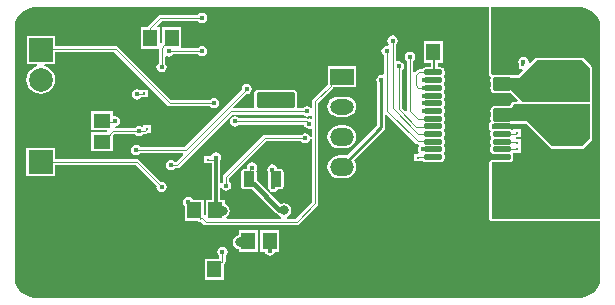
<source format=gbl>
G04*
G04 #@! TF.GenerationSoftware,Altium Limited,Altium Designer,20.1.7 (139)*
G04*
G04 Layer_Physical_Order=2*
G04 Layer_Color=16711680*
%FSLAX25Y25*%
%MOIN*%
G70*
G04*
G04 #@! TF.SameCoordinates,395A0049-4C10-4893-9831-33377791372B*
G04*
G04*
G04 #@! TF.FilePolarity,Positive*
G04*
G01*
G75*
%ADD12C,0.00984*%
%ADD14C,0.00394*%
%ADD15C,0.00787*%
%ADD36C,0.00472*%
%ADD40R,0.00984X0.00984*%
%ADD41R,0.04724X0.05512*%
%ADD47C,0.01575*%
%ADD48C,0.01181*%
%ADD49C,0.00492*%
%ADD50R,0.07874X0.07874*%
%ADD51C,0.07874*%
%ADD52O,0.13780X0.11811*%
%ADD53R,0.07874X0.05512*%
%ADD54O,0.07874X0.05118*%
%ADD55O,0.07874X0.05906*%
%ADD56C,0.02362*%
%ADD57C,0.01772*%
%ADD58C,0.03150*%
%ADD59C,0.01800*%
%ADD60C,0.01087*%
G04:AMPARAMS|DCode=61|XSize=59.06mil|YSize=17.72mil|CornerRadius=4.43mil|HoleSize=0mil|Usage=FLASHONLY|Rotation=0.000|XOffset=0mil|YOffset=0mil|HoleType=Round|Shape=RoundedRectangle|*
%AMROUNDEDRECTD61*
21,1,0.05906,0.00886,0,0,0.0*
21,1,0.05020,0.01772,0,0,0.0*
1,1,0.00886,0.02510,-0.00443*
1,1,0.00886,-0.02510,-0.00443*
1,1,0.00886,-0.02510,0.00443*
1,1,0.00886,0.02510,0.00443*
%
%ADD61ROUNDEDRECTD61*%
%ADD62R,0.12598X0.20709*%
G04:AMPARAMS|DCode=63|XSize=36.61mil|YSize=51.58mil|CornerRadius=2.75mil|HoleSize=0mil|Usage=FLASHONLY|Rotation=180.000|XOffset=0mil|YOffset=0mil|HoleType=Round|Shape=RoundedRectangle|*
%AMROUNDEDRECTD63*
21,1,0.03661,0.04608,0,0,180.0*
21,1,0.03112,0.05158,0,0,180.0*
1,1,0.00549,-0.01556,0.02304*
1,1,0.00549,0.01556,0.02304*
1,1,0.00549,0.01556,-0.02304*
1,1,0.00549,-0.01556,-0.02304*
%
%ADD63ROUNDEDRECTD63*%
G04:AMPARAMS|DCode=64|XSize=127.56mil|YSize=51.58mil|CornerRadius=3.87mil|HoleSize=0mil|Usage=FLASHONLY|Rotation=180.000|XOffset=0mil|YOffset=0mil|HoleType=Round|Shape=RoundedRectangle|*
%AMROUNDEDRECTD64*
21,1,0.12756,0.04384,0,0,180.0*
21,1,0.11982,0.05158,0,0,180.0*
1,1,0.00774,-0.05991,0.02192*
1,1,0.00774,0.05991,0.02192*
1,1,0.00774,0.05991,-0.02192*
1,1,0.00774,-0.05991,-0.02192*
%
%ADD64ROUNDEDRECTD64*%
%ADD65R,0.00984X0.00984*%
%ADD66R,0.05512X0.04724*%
%ADD67C,0.01500*%
G36*
X292421Y177461D02*
Y166142D01*
X270079Y166142D01*
X266339Y169882D01*
X265884D01*
X265699Y169919D01*
X260679D01*
X260236Y170266D01*
Y173829D01*
X260679Y174176D01*
X265699D01*
X265884Y174213D01*
X268996D01*
X274803Y180020D01*
X289862Y180020D01*
X292421Y177461D01*
D02*
G37*
G36*
X270079Y165326D02*
X270079Y165326D01*
X292421Y165326D01*
Y153642D01*
X290059Y151279D01*
X280020Y151279D01*
X271654Y159646D01*
X265884D01*
X265699Y159683D01*
X260679D01*
X260236Y160029D01*
Y163593D01*
X260679Y163939D01*
X265699D01*
X265885Y163976D01*
X265945D01*
X265960Y163991D01*
X266184Y164036D01*
X266595Y164311D01*
X266870Y164722D01*
X266914Y164946D01*
X267323Y165354D01*
X269937D01*
X270079Y165326D01*
D02*
G37*
G36*
X291039Y197351D02*
X292326Y196818D01*
X293484Y196044D01*
X294469Y195059D01*
X295243Y193901D01*
X295776Y192614D01*
X296048Y191248D01*
X296048Y190551D01*
Y127165D01*
X259807D01*
X259784Y145795D01*
X259954Y145931D01*
X260283Y146105D01*
X260679Y146026D01*
X265699D01*
X266184Y146123D01*
X266595Y146397D01*
X266870Y146808D01*
X266966Y147293D01*
Y148179D01*
X266870Y148664D01*
X266820Y148739D01*
X266898Y148939D01*
X267113Y149200D01*
X269599D01*
Y153556D01*
X268509D01*
X268464Y153601D01*
X268121Y153830D01*
X267938Y153867D01*
X267913Y154357D01*
X268318Y154437D01*
X268434Y154515D01*
X269599D01*
Y157099D01*
X267015D01*
Y157024D01*
X266818Y156896D01*
X266515Y156806D01*
X266184Y157027D01*
X265699Y157123D01*
X260679D01*
X260270Y157042D01*
X260042Y157141D01*
X259769Y157344D01*
X259768Y158601D01*
X260056Y158815D01*
X260267Y158903D01*
X260679Y158821D01*
X265699D01*
X265813Y158844D01*
X265884Y158830D01*
X271316D01*
X279443Y150703D01*
X279708Y150526D01*
X280020Y150464D01*
X280020Y150464D01*
X290059Y150464D01*
X290059Y150464D01*
X290371Y150526D01*
X290636Y150703D01*
X290636Y150703D01*
X292998Y153065D01*
X293175Y153330D01*
X293237Y153642D01*
X293237Y153642D01*
Y165326D01*
X293175Y165638D01*
X293111Y165734D01*
X293175Y165830D01*
X293237Y166142D01*
Y177461D01*
X293237Y177461D01*
X293175Y177773D01*
X292998Y178037D01*
X292998Y178037D01*
X290439Y180596D01*
X290174Y180773D01*
X289862Y180835D01*
X289862Y180835D01*
X274803Y180835D01*
X274803Y180835D01*
X274491Y180773D01*
X274226Y180596D01*
X274226Y180596D01*
X272558Y178928D01*
X272098Y179175D01*
X272129Y179334D01*
X271999Y179992D01*
X271626Y180550D01*
X271068Y180922D01*
X270410Y181053D01*
X269753Y180922D01*
X269195Y180550D01*
X268823Y179992D01*
X268692Y179334D01*
X268787Y178857D01*
Y177054D01*
X270031D01*
X270222Y176592D01*
X268658Y175028D01*
X265884D01*
X265813Y175014D01*
X265699Y175037D01*
X260679D01*
X260247Y174951D01*
X260146Y174973D01*
X259747Y175243D01*
X259744Y177362D01*
Y197622D01*
X288976D01*
X289673D01*
X291039Y197351D01*
D02*
G37*
G36*
X107874Y197622D02*
X258928Y197622D01*
Y177362D01*
X258928Y177362D01*
X258928Y177361D01*
X258931Y175242D01*
X258946Y175166D01*
X258946Y175088D01*
X258977Y175011D01*
X258994Y174930D01*
X259037Y174865D01*
X259066Y174793D01*
X259124Y174734D01*
X259171Y174665D01*
X259184Y174656D01*
X259508Y174255D01*
X259487Y174148D01*
X259483Y174141D01*
X259461Y174033D01*
X259426Y173927D01*
X259430Y173878D01*
X259421Y173829D01*
Y173813D01*
X259412Y173770D01*
Y172884D01*
X259421Y172840D01*
Y171254D01*
X259412Y171211D01*
Y170325D01*
X259421Y170281D01*
Y170266D01*
X259430Y170217D01*
X259426Y170167D01*
X259461Y170062D01*
X259483Y169953D01*
X259487Y169947D01*
X259508Y169840D01*
X259783Y169429D01*
X260194Y169154D01*
X260679Y169058D01*
X265699D01*
X265813Y169080D01*
X265884Y169066D01*
X266001D01*
X268435Y166632D01*
X268244Y166170D01*
X267323D01*
X267011Y166108D01*
X266746Y165931D01*
X266746Y165931D01*
X266337Y165522D01*
X266293Y165456D01*
X266236Y165399D01*
X266205Y165325D01*
X266161Y165258D01*
X266145Y165179D01*
X266114Y165105D01*
X265699Y164801D01*
X260679D01*
X260194Y164704D01*
X259783Y164429D01*
X259508Y164018D01*
X259487Y163911D01*
X259483Y163905D01*
X259461Y163796D01*
X259426Y163691D01*
X259430Y163641D01*
X259421Y163593D01*
Y163577D01*
X259412Y163533D01*
Y162648D01*
X259421Y162604D01*
Y161018D01*
X259412Y160974D01*
Y160089D01*
X259421Y160045D01*
Y160029D01*
X259430Y159980D01*
X259426Y159931D01*
X259461Y159826D01*
X259483Y159717D01*
X259490Y159697D01*
X259508Y159604D01*
X259539Y159558D01*
X259570Y159470D01*
X259282Y159257D01*
X259241Y159211D01*
X259190Y159177D01*
X259135Y159095D01*
X259068Y159021D01*
X259048Y158963D01*
X259014Y158913D01*
X258994Y158815D01*
X258961Y158721D01*
X258964Y158660D01*
X258952Y158600D01*
X258953Y157343D01*
X258965Y157286D01*
X258962Y157228D01*
X258996Y157131D01*
X259016Y157031D01*
X259049Y156983D01*
X259068Y156927D01*
X259136Y156852D01*
X259193Y156767D01*
X259201Y156762D01*
X259527Y156370D01*
X259508Y156341D01*
X259412Y155856D01*
Y154970D01*
X259508Y154485D01*
X259743Y154134D01*
X259508Y153782D01*
X259412Y153297D01*
Y152411D01*
X259508Y151926D01*
X259743Y151575D01*
X259508Y151223D01*
X259412Y150738D01*
Y149852D01*
X259508Y149367D01*
X259783Y148956D01*
X260194Y148681D01*
X260679Y148585D01*
X265699D01*
X265952Y148635D01*
X266020Y148580D01*
X266054Y148498D01*
X266073Y148411D01*
X266094Y148380D01*
X266150Y148099D01*
Y147374D01*
X266101Y147127D01*
X266007Y146985D01*
X265865Y146891D01*
X265618Y146842D01*
X260759D01*
X260442Y146905D01*
X260325D01*
X260208Y146917D01*
X260167Y146905D01*
X260124D01*
X260016Y146860D01*
X259903Y146826D01*
X259573Y146652D01*
X259514Y146604D01*
X259446Y146569D01*
X259275Y146433D01*
X259245Y146397D01*
X259206Y146371D01*
X259143Y146277D01*
X259070Y146190D01*
X259056Y146146D01*
X259030Y146107D01*
X259008Y145995D01*
X258973Y145887D01*
X258977Y145840D01*
X258968Y145794D01*
X258991Y127164D01*
X259023Y127008D01*
X259053Y126853D01*
X259054Y126853D01*
X259054Y126852D01*
X259143Y126718D01*
X259230Y126589D01*
X259231Y126588D01*
X259231Y126588D01*
X259362Y126501D01*
X259495Y126412D01*
X259495Y126412D01*
X259496Y126411D01*
X259651Y126381D01*
X259807Y126350D01*
X296048D01*
Y107874D01*
X296048Y107177D01*
X295776Y105811D01*
X295243Y104525D01*
X294469Y103366D01*
X293484Y102381D01*
X292326Y101608D01*
X291039Y101075D01*
X289673Y100803D01*
X107177D01*
X105811Y101075D01*
X104525Y101608D01*
X103366Y102381D01*
X102381Y103366D01*
X101608Y104525D01*
X101075Y105811D01*
X100803Y107177D01*
Y107874D01*
Y190551D01*
Y191248D01*
X101075Y192614D01*
X101608Y193901D01*
X102381Y195059D01*
X103366Y196044D01*
X104525Y196818D01*
X105811Y197351D01*
X107177Y197622D01*
X107874Y197622D01*
D02*
G37*
%LPC*%
G36*
X163287Y195813D02*
X162630Y195683D01*
X162072Y195310D01*
X161966Y195151D01*
X149409D01*
X149005Y195071D01*
X148662Y194842D01*
X145316Y191495D01*
X145087Y191152D01*
X145048Y190957D01*
X142901D01*
Y183846D01*
X148845D01*
Y179045D01*
X148588Y178873D01*
X148215Y178315D01*
X148084Y177657D01*
X148215Y177000D01*
X148588Y176442D01*
X149145Y176069D01*
X149803Y175939D01*
X150461Y176069D01*
X151019Y176442D01*
X151391Y177000D01*
X151522Y177657D01*
X151391Y178315D01*
X151019Y178873D01*
X150958Y178913D01*
Y181158D01*
X151458Y181425D01*
X151652Y181295D01*
X152310Y181164D01*
X152968Y181295D01*
X153526Y181667D01*
X153692Y181916D01*
X161966D01*
X162072Y181757D01*
X162630Y181384D01*
X163287Y181254D01*
X163945Y181384D01*
X164503Y181757D01*
X164875Y182315D01*
X165006Y182972D01*
X164875Y183630D01*
X164503Y184188D01*
X163945Y184560D01*
X163287Y184691D01*
X162630Y184560D01*
X162072Y184188D01*
X161966Y184029D01*
X156312D01*
Y190957D01*
X149987D01*
Y185786D01*
X149704Y185572D01*
X149225Y185788D01*
Y190957D01*
X148420D01*
X148229Y191419D01*
X149847Y193038D01*
X161966D01*
X162072Y192879D01*
X162630Y192507D01*
X163287Y192376D01*
X163945Y192507D01*
X164503Y192879D01*
X164875Y193437D01*
X165006Y194095D01*
X164875Y194752D01*
X164503Y195310D01*
X163945Y195683D01*
X163287Y195813D01*
D02*
G37*
G36*
X226772Y188235D02*
X226114Y188104D01*
X225556Y187731D01*
X225184Y187173D01*
X225053Y186516D01*
X225184Y185858D01*
X225524Y185348D01*
X225549Y185241D01*
X225517Y184982D01*
X225038Y184645D01*
X224803Y184691D01*
X224145Y184560D01*
X223588Y184188D01*
X223215Y183630D01*
X223084Y182972D01*
X223215Y182315D01*
X223588Y181757D01*
X223897Y181550D01*
Y175331D01*
X223397Y174973D01*
X223031Y175046D01*
X222374Y174915D01*
X221816Y174542D01*
X221444Y173985D01*
X221313Y173327D01*
X221444Y172669D01*
X221714Y172264D01*
Y158223D01*
X211655Y148164D01*
X210827Y148273D01*
X208858D01*
X207879Y148144D01*
X206966Y147766D01*
X206182Y147165D01*
X205580Y146381D01*
X205202Y145468D01*
X205073Y144488D01*
X205202Y143509D01*
X205580Y142596D01*
X206182Y141812D01*
X206966Y141210D01*
X207879Y140832D01*
X208858Y140703D01*
X210827D01*
X211806Y140832D01*
X212719Y141210D01*
X213503Y141812D01*
X214105Y142596D01*
X214483Y143509D01*
X214612Y144488D01*
X214483Y145468D01*
X214105Y146381D01*
X213885Y146667D01*
X223963Y156746D01*
X224249Y157173D01*
X224349Y157677D01*
Y161594D01*
X224811Y161785D01*
X234391Y152206D01*
X234734Y151977D01*
X235138Y151896D01*
X235396D01*
X235477Y151792D01*
X235618Y151396D01*
X235321Y150953D01*
X235191Y150295D01*
X235321Y149637D01*
X235513Y149351D01*
X235481Y149154D01*
X235418Y149014D01*
X235259Y148831D01*
X233846D01*
Y146247D01*
X236430D01*
Y146273D01*
X236930Y146425D01*
X236948Y146397D01*
X237359Y146123D01*
X237844Y146026D01*
X242864D01*
X243349Y146123D01*
X243760Y146397D01*
X244035Y146808D01*
X244131Y147293D01*
Y148179D01*
X244035Y148664D01*
X243800Y149016D01*
X244035Y149367D01*
X244131Y149852D01*
Y150738D01*
X244035Y151223D01*
X243800Y151575D01*
X244035Y151926D01*
X244131Y152411D01*
Y153297D01*
X244035Y153782D01*
X243800Y154134D01*
X244035Y154485D01*
X244131Y154970D01*
Y155856D01*
X244035Y156341D01*
X243800Y156693D01*
X244035Y157044D01*
X244131Y157529D01*
Y158415D01*
X244035Y158900D01*
X243800Y159252D01*
X244035Y159604D01*
X244131Y160089D01*
Y160974D01*
X244035Y161459D01*
X243800Y161811D01*
X244035Y162163D01*
X244131Y162648D01*
Y163533D01*
X244035Y164018D01*
X243800Y164370D01*
X244035Y164722D01*
X244131Y165207D01*
Y166093D01*
X244035Y166577D01*
X243800Y166929D01*
X244035Y167281D01*
X244131Y167766D01*
Y168652D01*
X244035Y169137D01*
X243800Y169488D01*
X244035Y169840D01*
X244131Y170325D01*
Y171211D01*
X244035Y171696D01*
X243800Y172047D01*
X244035Y172399D01*
X244131Y172884D01*
Y173770D01*
X244035Y174255D01*
X243800Y174606D01*
X244035Y174958D01*
X244131Y175443D01*
Y176329D01*
X244035Y176814D01*
X243760Y177225D01*
X243349Y177499D01*
X242864Y177596D01*
X241867D01*
Y179121D01*
X243516D01*
Y186233D01*
X237192D01*
Y179121D01*
X239433D01*
Y177596D01*
X237844D01*
X237359Y177499D01*
X236948Y177225D01*
X236733Y176902D01*
X235531D01*
X235142Y176825D01*
X234813Y176604D01*
X234095Y175887D01*
X233595Y176094D01*
Y179656D01*
X233794Y179788D01*
X234167Y180346D01*
X234298Y181004D01*
X234167Y181662D01*
X233794Y182219D01*
X233237Y182592D01*
X232579Y182723D01*
X231921Y182592D01*
X231363Y182219D01*
X230991Y181662D01*
X230860Y181004D01*
X230991Y180346D01*
X231363Y179788D01*
X231562Y179656D01*
Y163200D01*
X231062Y162993D01*
X229855Y164200D01*
Y176604D01*
X230054Y176737D01*
X230427Y177295D01*
X230557Y177953D01*
X230427Y178611D01*
X230054Y179168D01*
X229496Y179541D01*
X228839Y179672D01*
X228288Y179562D01*
X227788Y179834D01*
Y185167D01*
X227987Y185300D01*
X228360Y185858D01*
X228490Y186516D01*
X228360Y187173D01*
X227987Y187731D01*
X227429Y188104D01*
X226772Y188235D01*
D02*
G37*
G36*
X141484Y170268D02*
X140827Y170137D01*
X140269Y169764D01*
X139897Y169207D01*
X139766Y168549D01*
X139897Y167891D01*
X140269Y167333D01*
X140827Y166961D01*
X141484Y166830D01*
X142142Y166961D01*
X142700Y167333D01*
X142882Y167605D01*
X145288D01*
Y170190D01*
X142704D01*
Y170190D01*
X142204Y170096D01*
X142142Y170137D01*
X141484Y170268D01*
D02*
G37*
G36*
X214580Y178044D02*
X205105D01*
Y171874D01*
X205101Y171851D01*
X200237Y166987D01*
X200008Y166645D01*
X199928Y166240D01*
Y164285D01*
X199525Y164139D01*
X199428Y164120D01*
X198886Y164482D01*
X198228Y164613D01*
X197571Y164482D01*
X197013Y164109D01*
X196907Y163950D01*
X195388D01*
X194983Y164450D01*
X194997Y164521D01*
Y168904D01*
X194904Y169368D01*
X194642Y169760D01*
X194249Y170022D01*
X193786Y170115D01*
X181804D01*
X181341Y170022D01*
X180948Y169760D01*
X180686Y169368D01*
X180594Y168904D01*
Y164521D01*
X180608Y164450D01*
X180202Y163950D01*
X173817D01*
X173625Y164412D01*
X177915Y168702D01*
X178150Y168655D01*
X178807Y168786D01*
X179365Y169159D01*
X179738Y169716D01*
X179868Y170374D01*
X179738Y171032D01*
X179365Y171589D01*
X178807Y171962D01*
X178150Y172093D01*
X177492Y171962D01*
X176934Y171589D01*
X176562Y171032D01*
X176431Y170374D01*
X176478Y170139D01*
X157355Y151016D01*
X142687D01*
X142554Y151215D01*
X141996Y151588D01*
X141339Y151719D01*
X140681Y151588D01*
X140123Y151215D01*
X139751Y150658D01*
X139620Y150000D01*
X139751Y149342D01*
X140123Y148785D01*
X140681Y148412D01*
X141339Y148281D01*
X141996Y148412D01*
X142554Y148785D01*
X142687Y148984D01*
X156876D01*
X157067Y148522D01*
X154718Y146173D01*
X154168Y146196D01*
X153611Y146568D01*
X152953Y146699D01*
X152295Y146568D01*
X151737Y146196D01*
X151365Y145638D01*
X151234Y144980D01*
X151365Y144323D01*
X151737Y143765D01*
X152295Y143392D01*
X152953Y143262D01*
X153611Y143392D01*
X154168Y143765D01*
X154274Y143924D01*
X155020D01*
X155424Y144004D01*
X155767Y144233D01*
X173371Y161837D01*
X196907D01*
X197013Y161678D01*
X197571Y161306D01*
X198228Y161175D01*
X198886Y161306D01*
X199428Y161668D01*
X199525Y161649D01*
X199928Y161503D01*
Y160675D01*
X199564Y160481D01*
X199428Y160456D01*
X198819Y160577D01*
X198441Y160502D01*
X198130Y160564D01*
X175561D01*
X175428Y160763D01*
X174870Y161135D01*
X174213Y161266D01*
X173555Y161135D01*
X172997Y160763D01*
X172625Y160205D01*
X172494Y159547D01*
X172625Y158889D01*
X172997Y158332D01*
X173555Y157959D01*
X174213Y157828D01*
X174870Y157959D01*
X175428Y158332D01*
X175561Y158531D01*
X197165D01*
X197231Y158201D01*
X197603Y157643D01*
X198161Y157270D01*
X198819Y157139D01*
X199428Y157261D01*
X199564Y157236D01*
X199928Y157041D01*
Y154253D01*
X199907Y154226D01*
X199424Y154267D01*
X199387Y154280D01*
X199324Y154595D01*
X198952Y155152D01*
X198394Y155525D01*
X197736Y155656D01*
X197078Y155525D01*
X196521Y155152D01*
X196415Y154993D01*
X184153D01*
X183749Y154913D01*
X183406Y154684D01*
X170611Y141889D01*
X170382Y141546D01*
X170302Y141142D01*
Y139511D01*
X170143Y139404D01*
X169819Y138919D01*
X169516Y138934D01*
X169319Y139002D01*
Y146586D01*
X169489Y146840D01*
X169620Y147498D01*
X169489Y148156D01*
X169116Y148713D01*
X168559Y149086D01*
X167901Y149217D01*
X167243Y149086D01*
X166685Y148713D01*
X166313Y148156D01*
X166310Y148143D01*
X163865D01*
Y145558D01*
X166450D01*
X166483Y145072D01*
Y133477D01*
X164554D01*
Y128308D01*
X164076Y128092D01*
X163792Y128306D01*
Y133477D01*
X160154D01*
X159877Y133893D01*
X159319Y134265D01*
X158661Y134396D01*
X158004Y134265D01*
X157446Y133893D01*
X157073Y133335D01*
X156943Y132677D01*
X157073Y132019D01*
X157446Y131462D01*
X157468Y131447D01*
Y126365D01*
X161931D01*
X162194Y126189D01*
X162598Y126109D01*
X162890Y126167D01*
X163675Y125382D01*
X164018Y125153D01*
X164422Y125073D01*
X194830D01*
X195234Y125153D01*
X195577Y125382D01*
X201731Y131536D01*
X201960Y131879D01*
X202041Y132283D01*
Y165803D01*
X206889Y170651D01*
X207077Y170932D01*
X214580D01*
Y178044D01*
D02*
G37*
G36*
X114237Y188080D02*
X104763D01*
Y178605D01*
X108189D01*
X108263Y178115D01*
X107111Y177638D01*
X106122Y176878D01*
X105362Y175889D01*
X104885Y174737D01*
X104722Y173500D01*
X104885Y172263D01*
X105362Y171111D01*
X106122Y170122D01*
X107111Y169362D01*
X108263Y168885D01*
X109500Y168722D01*
X110737Y168885D01*
X111889Y169362D01*
X112879Y170122D01*
X113638Y171111D01*
X114115Y172263D01*
X114278Y173500D01*
X114115Y174737D01*
X113638Y175889D01*
X112879Y176878D01*
X111889Y177638D01*
X110737Y178115D01*
X110811Y178605D01*
X114237D01*
Y182595D01*
X134007D01*
X151707Y164895D01*
X152052Y164664D01*
X152461Y164583D01*
X166008D01*
X166107Y164434D01*
X166665Y164062D01*
X167323Y163931D01*
X167981Y164062D01*
X168538Y164434D01*
X168911Y164992D01*
X169042Y165650D01*
X168911Y166307D01*
X168538Y166865D01*
X167981Y167238D01*
X167323Y167368D01*
X166665Y167238D01*
X166107Y166865D01*
X166008Y166716D01*
X152902D01*
X135203Y184416D01*
X134857Y184647D01*
X134449Y184728D01*
X114237D01*
Y188080D01*
D02*
G37*
G36*
X211221Y167876D02*
X208465D01*
X207588Y167761D01*
X206770Y167422D01*
X206069Y166884D01*
X205530Y166182D01*
X205192Y165365D01*
X205077Y164488D01*
X205192Y163611D01*
X205530Y162794D01*
X206069Y162092D01*
X206770Y161554D01*
X207588Y161216D01*
X208465Y161100D01*
X211221D01*
X212097Y161216D01*
X212914Y161554D01*
X213616Y162092D01*
X214155Y162794D01*
X214493Y163611D01*
X214609Y164488D01*
X214493Y165365D01*
X214155Y166182D01*
X213616Y166884D01*
X212914Y167422D01*
X212097Y167761D01*
X211221Y167876D01*
D02*
G37*
G36*
X133477Y163005D02*
X126365D01*
Y156680D01*
X131535D01*
X131751Y156202D01*
X131537Y155918D01*
X126365D01*
Y149594D01*
X133477D01*
Y154780D01*
X133487Y154827D01*
X133902Y155243D01*
X140804D01*
X140911Y155084D01*
X141468Y154711D01*
X142126Y154580D01*
X142784Y154711D01*
X143341Y155084D01*
X143448Y155243D01*
X144095D01*
X144499Y155323D01*
X144842Y155552D01*
X144985Y155696D01*
X146174D01*
Y158280D01*
X143590D01*
Y157950D01*
X143090Y157683D01*
X142784Y157887D01*
X142126Y158018D01*
X141468Y157887D01*
X140911Y157515D01*
X140804Y157356D01*
X134084D01*
X134076Y157381D01*
X134118Y157497D01*
X134426Y157891D01*
X134910Y157987D01*
X135467Y158359D01*
X135840Y158917D01*
X135971Y159575D01*
X135840Y160233D01*
X135467Y160790D01*
X134910Y161163D01*
X134252Y161294D01*
X133977Y161239D01*
X133477Y161640D01*
Y163005D01*
D02*
G37*
G36*
X210827Y158273D02*
X208858D01*
X207879Y158144D01*
X206966Y157766D01*
X206182Y157165D01*
X205580Y156381D01*
X205202Y155468D01*
X205073Y154488D01*
X205202Y153508D01*
X205580Y152596D01*
X206182Y151812D01*
X206966Y151210D01*
X207879Y150832D01*
X208858Y150703D01*
X210827D01*
X211806Y150832D01*
X212719Y151210D01*
X213503Y151812D01*
X214105Y152596D01*
X214483Y153508D01*
X214612Y154488D01*
X214483Y155468D01*
X214105Y156381D01*
X213503Y157165D01*
X212719Y157766D01*
X211806Y158144D01*
X210827Y158273D01*
D02*
G37*
G36*
X114186Y150800D02*
X104712D01*
Y141326D01*
X114186D01*
Y145007D01*
X141098D01*
X148122Y137983D01*
X148084Y137795D01*
X148215Y137137D01*
X148588Y136580D01*
X149145Y136207D01*
X149803Y136076D01*
X150461Y136207D01*
X151019Y136580D01*
X151391Y137137D01*
X151522Y137795D01*
X151391Y138453D01*
X151019Y139011D01*
X150461Y139383D01*
X149803Y139514D01*
X149616Y139477D01*
X142282Y146810D01*
X141940Y147039D01*
X141535Y147119D01*
X114186D01*
Y150800D01*
D02*
G37*
G36*
X181902Y123241D02*
X175578D01*
Y121632D01*
X175058Y121528D01*
X174272Y121003D01*
X173747Y120218D01*
X173563Y119291D01*
X173747Y118365D01*
X174272Y117579D01*
X175058Y117054D01*
X175578Y116951D01*
Y116129D01*
X181902D01*
Y123241D01*
D02*
G37*
G36*
X188989D02*
X182665D01*
Y116129D01*
X184189D01*
X184239Y115878D01*
X184611Y115320D01*
X185169Y114947D01*
X185827Y114817D01*
X186485Y114947D01*
X187042Y115320D01*
X187415Y115878D01*
X187465Y116129D01*
X188989D01*
Y123241D01*
D02*
G37*
G36*
X170079Y117861D02*
X169421Y117730D01*
X168863Y117357D01*
X168491Y116799D01*
X168360Y116142D01*
X168491Y115484D01*
X168863Y114926D01*
X169022Y114820D01*
Y113792D01*
X164161D01*
Y106680D01*
X170485D01*
Y111966D01*
X170549Y112009D01*
X170826Y112286D01*
X171055Y112628D01*
X171135Y113033D01*
Y114820D01*
X171294Y114926D01*
X171667Y115484D01*
X171798Y116142D01*
X171667Y116799D01*
X171294Y117357D01*
X170737Y117730D01*
X170079Y117861D01*
D02*
G37*
%LPD*%
G36*
X199928Y153621D02*
Y132721D01*
X194392Y127186D01*
X191633D01*
X191576Y127684D01*
X192362Y128209D01*
X192887Y128995D01*
X193071Y129921D01*
X192887Y130848D01*
X192362Y131633D01*
X191576Y132158D01*
X190650Y132343D01*
X189723Y132158D01*
X189472Y131990D01*
X181735Y139727D01*
X181431Y139930D01*
Y142678D01*
X181348Y143097D01*
X181282Y143195D01*
X181509Y143535D01*
X181640Y144193D01*
X181509Y144851D01*
X181137Y145408D01*
X180579Y145781D01*
X179921Y145912D01*
X179263Y145781D01*
X178706Y145408D01*
X178333Y144851D01*
X178202Y144193D01*
X177816Y143774D01*
X177223D01*
X176804Y143690D01*
X176449Y143453D01*
X176211Y143097D01*
X176128Y142678D01*
Y138070D01*
X176211Y137651D01*
X176449Y137295D01*
X176804Y137058D01*
X177223Y136974D01*
X179772D01*
X179823Y136964D01*
X179920D01*
X187911Y128974D01*
X188436Y128623D01*
X188696Y128571D01*
X188937Y128209D01*
X189723Y127684D01*
X189667Y127186D01*
X171552D01*
X171400Y127686D01*
X171889Y128012D01*
X172414Y128798D01*
X172599Y129724D01*
X172414Y130651D01*
X171889Y131437D01*
X171104Y131961D01*
X170879Y132006D01*
Y133477D01*
X169319D01*
Y137376D01*
X169516Y137444D01*
X169819Y137459D01*
X170143Y136974D01*
X170701Y136601D01*
X171358Y136470D01*
X172016Y136601D01*
X172574Y136974D01*
X172946Y137531D01*
X173077Y138189D01*
X172946Y138847D01*
X172574Y139404D01*
X172415Y139511D01*
Y140704D01*
X184591Y152881D01*
X196415D01*
X196521Y152722D01*
X197078Y152349D01*
X197736Y152218D01*
X198394Y152349D01*
X198952Y152722D01*
X199324Y153279D01*
X199387Y153594D01*
X199424Y153607D01*
X199907Y153648D01*
X199928Y153621D01*
D02*
G37*
%LPC*%
G36*
X186681Y145256D02*
X186023Y145125D01*
X185466Y144753D01*
X185093Y144195D01*
X184962Y143537D01*
X185093Y142880D01*
X185163Y142775D01*
X185143Y142678D01*
Y138070D01*
X185227Y137651D01*
X185350Y137466D01*
X185449Y136968D01*
X185822Y136410D01*
X186379Y136038D01*
X187037Y135907D01*
X187695Y136038D01*
X188253Y136410D01*
X188625Y136968D01*
X188626Y136974D01*
X189351D01*
X189771Y137058D01*
X190126Y137295D01*
X190364Y137651D01*
X190447Y138070D01*
Y142678D01*
X190364Y143097D01*
X190126Y143453D01*
X189771Y143690D01*
X189351Y143774D01*
X188353D01*
X188269Y144195D01*
X187897Y144753D01*
X187339Y145125D01*
X186681Y145256D01*
D02*
G37*
%LPD*%
D12*
X209842Y144488D02*
X223031Y157677D01*
Y173327D01*
D14*
X235316Y170787D02*
X237121D01*
X234547Y171555D02*
Y174902D01*
Y171555D02*
X235316Y170787D01*
X235531Y175886D02*
X240354D01*
X234547Y174902D02*
X235531Y175886D01*
X237106Y173327D02*
X240354D01*
X174213Y159547D02*
X198130D01*
X198819Y158858D01*
X157776Y150000D02*
X178150Y170374D01*
X141339Y150000D02*
X157776D01*
X240354Y150295D02*
X240650Y150000D01*
X236910Y150295D02*
X240354D01*
X236910Y150295D02*
X236910Y150295D01*
X234744Y157874D02*
X240551D01*
X228839Y163779D02*
X234744Y157874D01*
X228839Y163779D02*
Y177953D01*
X240354Y155413D02*
X240551D01*
X226772Y163976D02*
X235335Y155413D01*
X240551D01*
X240551Y155413D02*
X240551Y155413D01*
X226772Y163976D02*
Y186516D01*
X232579Y162992D02*
X235138Y160433D01*
X232579Y162992D02*
Y181004D01*
X235138Y160433D02*
X240453D01*
X240453Y157972D02*
X240551Y157874D01*
X240354Y157972D02*
X240453D01*
X240354Y160531D02*
X240453Y160433D01*
X240354Y160531D02*
X240354D01*
X237106Y162992D02*
X239961D01*
X240059Y162894D02*
X240256Y163091D01*
X240354D01*
X239961Y162992D02*
X240059Y162894D01*
X237205Y165650D02*
X237205Y165650D01*
X240354D01*
X240551Y168209D02*
X240551Y168209D01*
X240354Y168209D02*
X240551D01*
X237106Y168209D02*
X237106Y168209D01*
X240354D01*
X237140Y170768D02*
X240354D01*
X237121Y170787D02*
X237140Y170768D01*
X240158Y147835D02*
X240256Y147736D01*
X235138Y147539D02*
X235433Y147835D01*
X240256Y147736D02*
X240354D01*
X235433Y147835D02*
X240158D01*
D15*
X270079Y178347D02*
X270177Y178445D01*
Y178835D01*
X270308Y178966D01*
Y179232D01*
X270410Y179334D01*
X240354Y182382D02*
Y182677D01*
X187037Y137626D02*
X187106Y137695D01*
Y139685D01*
X187795Y140374D01*
X186681Y141488D02*
X187795Y140374D01*
X186681Y141488D02*
Y143537D01*
X240650Y176181D02*
Y182087D01*
X240354Y175886D02*
X240650Y176181D01*
X240354Y182382D02*
X240650Y182087D01*
D36*
X179113Y143385D02*
X179921Y144193D01*
X178779Y140374D02*
Y140394D01*
X179113Y140727D02*
Y143385D01*
X178779Y140394D02*
X179113Y140727D01*
X171358Y141142D02*
X184153Y153937D01*
X197736D01*
X209449Y174705D02*
X209665Y174488D01*
X209842D01*
X206142Y171398D02*
Y171772D01*
X209075Y174705D02*
X209449D01*
X200984Y132283D02*
Y166240D01*
X162598Y127165D02*
Y127559D01*
X206142Y171772D02*
X209075Y174705D01*
X200984Y166240D02*
X206142Y171398D01*
X194830Y126129D02*
X200984Y132283D01*
X171358Y138189D02*
Y141142D01*
X155020Y144980D02*
X172933Y162894D01*
X198228D01*
X152953Y144980D02*
X155020D01*
X167717Y129921D02*
Y130020D01*
X167815Y130118D01*
X152310Y182883D02*
X152400Y182972D01*
X163287D01*
X149902Y177854D02*
Y184153D01*
X150630Y184882D01*
X153150Y187008D02*
Y187402D01*
X151024Y184882D02*
X153150Y187008D01*
X150630Y184882D02*
X151024D01*
X149803Y177657D02*
Y177756D01*
X149902Y177854D01*
X129921Y152756D02*
X130315D01*
X132441Y154882D01*
Y155276D01*
X133465Y156299D01*
X142126D01*
X224954Y163137D02*
X235138Y152953D01*
X224803Y182972D02*
X224954Y182822D01*
Y163137D02*
Y182822D01*
X235138Y152953D02*
X240453D01*
X240354Y152854D02*
Y152854D01*
X240453Y152953D01*
X149409Y194095D02*
X163287D01*
X146063Y190748D02*
X149409Y194095D01*
X146063Y187402D02*
Y190748D01*
X263189Y150295D02*
X268110D01*
X268307Y150492D01*
X263189Y152854D02*
X267717D01*
X268307Y152264D01*
X265551Y178248D02*
X268209D01*
X263189Y175886D02*
X263873D01*
X264507Y176520D01*
Y177204D01*
X265551Y178248D01*
X268307Y178347D02*
Y178347D01*
X268209Y178248D02*
X268307Y178347D01*
X263189Y155413D02*
X267913D01*
X268307Y155807D01*
X284446Y158074D02*
Y158292D01*
Y158074D02*
X284449Y158071D01*
X164422Y126129D02*
X194830D01*
X162598Y127559D02*
X162756Y127402D01*
X160630Y129528D02*
X162598Y127559D01*
X160630Y129528D02*
Y129921D01*
X162756Y127402D02*
X163150D01*
X164422Y126129D01*
X167549Y147498D02*
X167901D01*
X166902Y146850D02*
X167549Y147498D01*
X165157Y146850D02*
X166902D01*
X141484Y168549D02*
X141670Y168734D01*
X143833D01*
X143996Y168898D01*
X141535Y146063D02*
X149803Y137795D01*
X109449Y146063D02*
X141535D01*
X158661Y131890D02*
X160630Y129921D01*
X158661Y131890D02*
Y132677D01*
X185827Y116535D02*
Y119685D01*
X167323Y110236D02*
Y110630D01*
X169449Y112756D01*
X169802D01*
X170079Y113033D01*
Y116142D01*
X167323Y110236D02*
X167323Y110236D01*
X185827Y119685D02*
X186221Y119291D01*
X144626Y156732D02*
X144882Y156988D01*
X144528Y156732D02*
X144626D01*
X144095Y156299D02*
X144528Y156732D01*
X142126Y156299D02*
X144095D01*
X144882Y156988D02*
Y157087D01*
X129921Y159843D02*
X130315Y159449D01*
X134126D01*
X134252Y159575D01*
D40*
X235138Y147539D02*
D03*
X233366D02*
D03*
X270079Y178347D02*
D03*
X268307D02*
D03*
X163386Y146850D02*
D03*
X165157D02*
D03*
X145768Y168898D02*
D03*
X143996D02*
D03*
D41*
X178740Y119685D02*
D03*
X185827D02*
D03*
X167717Y129921D02*
D03*
X160630D02*
D03*
X153150Y187402D02*
D03*
X146063D02*
D03*
X160236Y110236D02*
D03*
X167323D02*
D03*
X247441Y182677D02*
D03*
X240354D02*
D03*
D47*
X178779Y139626D02*
Y140374D01*
X189055Y130118D02*
X190453D01*
X190650Y129921D01*
X178779Y139626D02*
X179823Y138583D01*
X180591D01*
X189055Y130118D01*
D48*
X178347Y119291D02*
X178740Y119685D01*
X167717Y129921D02*
X169980D01*
X170177Y129724D01*
X175984Y119291D02*
X178347D01*
X178740Y119685D02*
Y119685D01*
X178839Y119783D01*
X167815Y130118D02*
X167901Y130204D01*
Y147498D01*
D49*
X152461Y165650D02*
X167323D01*
X109449Y183661D02*
X134449D01*
X152461Y165650D01*
D50*
X109449Y146063D02*
D03*
X109500Y183343D02*
D03*
D51*
X109449Y136221D02*
D03*
X109500Y173500D02*
D03*
Y163657D02*
D03*
D52*
X284446Y158292D02*
D03*
X284646Y172992D02*
D03*
X284747Y134228D02*
D03*
X284547Y119528D02*
D03*
D53*
X209842Y174488D02*
D03*
D54*
Y164488D02*
D03*
D55*
Y154488D02*
D03*
Y144488D02*
D03*
Y134488D02*
D03*
D56*
X294095Y187795D02*
D03*
Y180709D02*
D03*
Y152362D02*
D03*
Y145276D02*
D03*
Y138189D02*
D03*
Y131103D02*
D03*
X290551Y194882D02*
D03*
X292323Y191339D02*
D03*
X290551Y187795D02*
D03*
X292323Y184252D02*
D03*
Y148819D02*
D03*
X290551Y145276D02*
D03*
X292323Y141732D02*
D03*
X287008Y194882D02*
D03*
X288780Y191339D02*
D03*
X287008Y187795D02*
D03*
X288780Y184252D02*
D03*
Y148819D02*
D03*
X287008Y145276D02*
D03*
X288780Y141732D02*
D03*
X283465Y194882D02*
D03*
X285237Y191339D02*
D03*
X283465Y187795D02*
D03*
X285237Y184252D02*
D03*
Y148819D02*
D03*
X283465Y145276D02*
D03*
X279922Y194882D02*
D03*
X281693Y191339D02*
D03*
X279922Y187795D02*
D03*
X281693Y184252D02*
D03*
Y148819D02*
D03*
X279922Y145276D02*
D03*
X281693Y141732D02*
D03*
X276378Y194882D02*
D03*
X278150Y191339D02*
D03*
X276378Y187795D02*
D03*
X278150Y184252D02*
D03*
Y148819D02*
D03*
X276378Y145276D02*
D03*
X278150Y141732D02*
D03*
X276378Y138189D02*
D03*
Y131103D02*
D03*
X272835Y194882D02*
D03*
X274606Y191339D02*
D03*
X272835Y187795D02*
D03*
X274606Y184252D02*
D03*
X272835Y152362D02*
D03*
X274606Y148819D02*
D03*
X272835Y145276D02*
D03*
X274606Y141732D02*
D03*
X272835Y138189D02*
D03*
X274606Y134646D02*
D03*
X272835Y131103D02*
D03*
X269292Y194882D02*
D03*
X271063Y191339D02*
D03*
X269292Y187795D02*
D03*
X271063Y184252D02*
D03*
Y155906D02*
D03*
Y148819D02*
D03*
X269292Y145276D02*
D03*
X271063Y141732D02*
D03*
X269292Y138189D02*
D03*
X271063Y134646D02*
D03*
X269292Y131103D02*
D03*
X265748Y194882D02*
D03*
X267520Y191339D02*
D03*
X265748Y187795D02*
D03*
X267520Y184252D02*
D03*
Y141732D02*
D03*
X265748Y138189D02*
D03*
X267520Y134646D02*
D03*
X265748Y131103D02*
D03*
X262205Y194882D02*
D03*
X263977Y191339D02*
D03*
X262205Y187795D02*
D03*
X263977Y184252D02*
D03*
Y141732D02*
D03*
X262205Y138189D02*
D03*
X263977Y134646D02*
D03*
X262205Y131103D02*
D03*
X294095Y124016D02*
D03*
Y116929D02*
D03*
Y109843D02*
D03*
X292323Y113386D02*
D03*
X290551Y109843D02*
D03*
X292323Y106299D02*
D03*
X290551Y102756D02*
D03*
X287008Y109843D02*
D03*
X288780Y106299D02*
D03*
X287008Y102756D02*
D03*
X283465Y109843D02*
D03*
X285237Y106299D02*
D03*
X283465Y102756D02*
D03*
X279922Y109843D02*
D03*
X281693Y106299D02*
D03*
X279922Y102756D02*
D03*
X276378Y124016D02*
D03*
Y116929D02*
D03*
X278150Y113386D02*
D03*
X276378Y109843D02*
D03*
X278150Y106299D02*
D03*
X276378Y102756D02*
D03*
X272835Y124016D02*
D03*
X274606Y120473D02*
D03*
X272835Y116929D02*
D03*
X274606Y113386D02*
D03*
X272835Y109843D02*
D03*
X274606Y106299D02*
D03*
X272835Y102756D02*
D03*
X269292Y124016D02*
D03*
X271063Y120473D02*
D03*
X269292Y116929D02*
D03*
X271063Y113386D02*
D03*
X269292Y109843D02*
D03*
X271063Y106299D02*
D03*
X269292Y102756D02*
D03*
X265748Y124016D02*
D03*
X267520Y120473D02*
D03*
X265748Y116929D02*
D03*
X267520Y113386D02*
D03*
X265748Y109843D02*
D03*
X267520Y106299D02*
D03*
X265748Y102756D02*
D03*
X263977Y120473D02*
D03*
Y113386D02*
D03*
Y106299D02*
D03*
X262205Y102756D02*
D03*
X260433Y113386D02*
D03*
X258662Y102756D02*
D03*
X255118Y194882D02*
D03*
X256890Y191339D02*
D03*
X255118Y187795D02*
D03*
X256890Y184252D02*
D03*
X255118Y180709D02*
D03*
X256890Y177165D02*
D03*
Y148819D02*
D03*
X255118Y145276D02*
D03*
X256890Y141732D02*
D03*
X255118Y138189D02*
D03*
X256890Y134646D02*
D03*
Y113386D02*
D03*
X255118Y102756D02*
D03*
X251575Y194882D02*
D03*
X253347Y191339D02*
D03*
X251575Y187795D02*
D03*
X253347Y184252D02*
D03*
X251575Y180709D02*
D03*
X253347Y177165D02*
D03*
Y148819D02*
D03*
X251575Y145276D02*
D03*
X253347Y141732D02*
D03*
X251575Y138189D02*
D03*
X253347Y134646D02*
D03*
Y113386D02*
D03*
X251575Y102756D02*
D03*
X248032Y194882D02*
D03*
X249803Y191339D02*
D03*
X248032Y187795D02*
D03*
X249803Y177165D02*
D03*
Y148819D02*
D03*
X248032Y145276D02*
D03*
X249803Y141732D02*
D03*
X248032Y138189D02*
D03*
X249803Y134646D02*
D03*
Y113386D02*
D03*
Y106299D02*
D03*
X248032Y102756D02*
D03*
X244488Y194882D02*
D03*
X246260Y191339D02*
D03*
X244488Y187795D02*
D03*
X246260Y177165D02*
D03*
Y148819D02*
D03*
X244488Y145276D02*
D03*
X246260Y141732D02*
D03*
X244488Y138189D02*
D03*
X246260Y134646D02*
D03*
Y113386D02*
D03*
X244488Y102756D02*
D03*
X240945Y194882D02*
D03*
X242717Y191339D02*
D03*
X240945Y187795D02*
D03*
X242717Y141732D02*
D03*
X240945Y138189D02*
D03*
X242717Y134646D02*
D03*
Y113386D02*
D03*
X240945Y102756D02*
D03*
X237402Y194882D02*
D03*
X239173Y191339D02*
D03*
X237402Y187795D02*
D03*
X239173Y141732D02*
D03*
X237402Y138189D02*
D03*
X239173Y134646D02*
D03*
X237402Y102756D02*
D03*
X233858Y194882D02*
D03*
X235630Y191339D02*
D03*
X233858Y187795D02*
D03*
X235630Y184252D02*
D03*
Y141732D02*
D03*
X233858Y138189D02*
D03*
X235630Y134646D02*
D03*
X233858Y124016D02*
D03*
X235630Y120473D02*
D03*
X233858Y116929D02*
D03*
X235630Y106299D02*
D03*
X233858Y102756D02*
D03*
X230315Y194882D02*
D03*
X232087Y191339D02*
D03*
X230315Y187795D02*
D03*
X232087Y184252D02*
D03*
X230315Y145276D02*
D03*
X232087Y141732D02*
D03*
X230315Y138189D02*
D03*
X232087Y134646D02*
D03*
X230315Y124016D02*
D03*
X232087Y120473D02*
D03*
X230315Y116929D02*
D03*
Y102756D02*
D03*
X226772Y194882D02*
D03*
X228543Y191339D02*
D03*
X226772Y152362D02*
D03*
X228543Y148819D02*
D03*
X226772Y145276D02*
D03*
X228543Y141732D02*
D03*
X226772Y138189D02*
D03*
X228543Y134646D02*
D03*
X226772Y124016D02*
D03*
X228543Y120473D02*
D03*
X226772Y116929D02*
D03*
X228543Y113386D02*
D03*
X226772Y102756D02*
D03*
X223229Y194882D02*
D03*
X225000Y191339D02*
D03*
X223229Y152362D02*
D03*
X225000Y148819D02*
D03*
X223229Y145276D02*
D03*
X225000Y141732D02*
D03*
X223229Y138189D02*
D03*
X225000Y134646D02*
D03*
X223229Y124016D02*
D03*
X225000Y120473D02*
D03*
Y113386D02*
D03*
X223229Y102756D02*
D03*
X219685Y194882D02*
D03*
X221457Y191339D02*
D03*
X219685Y173622D02*
D03*
X221457Y148819D02*
D03*
X219685Y145276D02*
D03*
X221457Y141732D02*
D03*
X219685Y138189D02*
D03*
X221457Y134646D02*
D03*
X219685Y124016D02*
D03*
Y102756D02*
D03*
X216142Y194882D02*
D03*
X217914Y191339D02*
D03*
X216142Y173622D02*
D03*
X217914Y148819D02*
D03*
X216142Y145276D02*
D03*
X217914Y141732D02*
D03*
X216142Y138189D02*
D03*
X217914Y134646D02*
D03*
X216142Y124016D02*
D03*
Y102756D02*
D03*
X212599Y194882D02*
D03*
X214370Y191339D02*
D03*
X212599Y124016D02*
D03*
Y102756D02*
D03*
X209055Y194882D02*
D03*
X210827Y191339D02*
D03*
X209055Y124016D02*
D03*
Y102756D02*
D03*
X205512Y194882D02*
D03*
X207284Y191339D02*
D03*
X205512Y138189D02*
D03*
Y124016D02*
D03*
X207284Y120473D02*
D03*
Y113386D02*
D03*
X205512Y109843D02*
D03*
X207284Y106299D02*
D03*
X205512Y102756D02*
D03*
X201969Y194882D02*
D03*
X203740Y191339D02*
D03*
X201969Y173622D02*
D03*
X203740Y148819D02*
D03*
Y134646D02*
D03*
X201969Y124016D02*
D03*
X203740Y120473D02*
D03*
Y113386D02*
D03*
X201969Y109843D02*
D03*
X203740Y106299D02*
D03*
X201969Y102756D02*
D03*
X198425Y194882D02*
D03*
X200197Y191339D02*
D03*
X198425Y173622D02*
D03*
Y124016D02*
D03*
X200197Y120473D02*
D03*
Y113386D02*
D03*
X198425Y109843D02*
D03*
X200197Y106299D02*
D03*
X198425Y102756D02*
D03*
X194882Y194882D02*
D03*
X196654Y191339D02*
D03*
X194882Y173622D02*
D03*
X196654Y148819D02*
D03*
Y134646D02*
D03*
X194882Y116929D02*
D03*
X196654Y113386D02*
D03*
X194882Y109843D02*
D03*
X196654Y106299D02*
D03*
X194882Y102756D02*
D03*
X191339Y194882D02*
D03*
X193110Y191339D02*
D03*
X191339Y173622D02*
D03*
X193110Y148819D02*
D03*
Y134646D02*
D03*
X191339Y116929D02*
D03*
X193110Y113386D02*
D03*
X191339Y109843D02*
D03*
X193110Y106299D02*
D03*
X191339Y102756D02*
D03*
X187795Y194882D02*
D03*
X189567Y191339D02*
D03*
X187795Y173622D02*
D03*
X189567Y148819D02*
D03*
Y113386D02*
D03*
X187795Y109843D02*
D03*
X189567Y106299D02*
D03*
X187795Y102756D02*
D03*
X184252Y194882D02*
D03*
X186024Y191339D02*
D03*
X184252Y173622D02*
D03*
X186024Y148819D02*
D03*
X184252Y145276D02*
D03*
X186024Y113386D02*
D03*
X184252Y109843D02*
D03*
X186024Y106299D02*
D03*
X184252Y102756D02*
D03*
X180709Y194882D02*
D03*
X182481Y191339D02*
D03*
Y148819D02*
D03*
Y106299D02*
D03*
X178937Y191339D02*
D03*
Y184252D02*
D03*
X177165Y131103D02*
D03*
X173622D02*
D03*
X171851Y134646D02*
D03*
Y106299D02*
D03*
X170079Y102756D02*
D03*
X166536D02*
D03*
X164764Y162992D02*
D03*
X162992Y159449D02*
D03*
Y102756D02*
D03*
X161221Y191339D02*
D03*
Y162992D02*
D03*
X159449Y159449D02*
D03*
Y102756D02*
D03*
X157677Y191339D02*
D03*
Y162992D02*
D03*
X155906Y159449D02*
D03*
Y131103D02*
D03*
Y109843D02*
D03*
Y102756D02*
D03*
X154134Y162992D02*
D03*
X152362Y159449D02*
D03*
Y131103D02*
D03*
X154134Y127559D02*
D03*
Y113386D02*
D03*
X152362Y109843D02*
D03*
X154134Y106299D02*
D03*
X152362Y102756D02*
D03*
X150591Y162992D02*
D03*
X148819Y159449D02*
D03*
X150591Y134646D02*
D03*
X148819Y131103D02*
D03*
X150591Y127559D02*
D03*
X148819Y124016D02*
D03*
X150591Y120473D02*
D03*
X148819Y116929D02*
D03*
X145276Y194882D02*
D03*
Y180709D02*
D03*
X147047Y162992D02*
D03*
X145276Y131103D02*
D03*
X147047Y127559D02*
D03*
X145276Y124016D02*
D03*
X147047Y120473D02*
D03*
X145276Y116929D02*
D03*
X141732Y194882D02*
D03*
Y180709D02*
D03*
Y131103D02*
D03*
X143504Y127559D02*
D03*
X141732Y124016D02*
D03*
X143504Y120473D02*
D03*
X141732Y116929D02*
D03*
X138189Y194882D02*
D03*
X139961Y191339D02*
D03*
X138189Y187795D02*
D03*
X139961Y184252D02*
D03*
X138189Y138189D02*
D03*
Y131103D02*
D03*
X139961Y127559D02*
D03*
X138189Y124016D02*
D03*
X139961Y120473D02*
D03*
X138189Y116929D02*
D03*
X134646Y194882D02*
D03*
X136417Y191339D02*
D03*
X134646Y187795D02*
D03*
X136417Y177165D02*
D03*
Y127559D02*
D03*
Y120473D02*
D03*
X134646Y109843D02*
D03*
Y102756D02*
D03*
X131103Y194882D02*
D03*
X132874Y191339D02*
D03*
X131103Y187795D02*
D03*
Y180709D02*
D03*
X132874Y177165D02*
D03*
Y141732D02*
D03*
Y134646D02*
D03*
Y113386D02*
D03*
X131103Y109843D02*
D03*
X132874Y106299D02*
D03*
X131103Y102756D02*
D03*
X127559Y194882D02*
D03*
X129331Y191339D02*
D03*
X127559Y187795D02*
D03*
Y180709D02*
D03*
X129331Y177165D02*
D03*
X127559Y166536D02*
D03*
Y138189D02*
D03*
X129331Y113386D02*
D03*
X127559Y109843D02*
D03*
X129331Y106299D02*
D03*
X127559Y102756D02*
D03*
X124016Y194882D02*
D03*
X125787Y191339D02*
D03*
X124016Y187795D02*
D03*
Y180709D02*
D03*
X125787Y177165D02*
D03*
X124016Y166536D02*
D03*
Y159449D02*
D03*
Y152362D02*
D03*
X125787Y134646D02*
D03*
Y127559D02*
D03*
Y113386D02*
D03*
X124016Y109843D02*
D03*
X125787Y106299D02*
D03*
X124016Y102756D02*
D03*
X120473Y194882D02*
D03*
X122244Y191339D02*
D03*
X120473Y187795D02*
D03*
Y180709D02*
D03*
X122244Y177165D02*
D03*
Y170079D02*
D03*
X120473Y166536D02*
D03*
X122244Y162992D02*
D03*
X120473Y159449D02*
D03*
X122244Y155906D02*
D03*
X120473Y152362D02*
D03*
X122244Y148819D02*
D03*
Y141732D02*
D03*
X120473Y131103D02*
D03*
X122244Y113386D02*
D03*
X120473Y109843D02*
D03*
X122244Y106299D02*
D03*
X120473Y102756D02*
D03*
X116929Y194882D02*
D03*
X118701Y191339D02*
D03*
X116929Y187795D02*
D03*
Y180709D02*
D03*
X118701Y177165D02*
D03*
Y170079D02*
D03*
X116929Y166536D02*
D03*
X118701Y162992D02*
D03*
X116929Y159449D02*
D03*
X118701Y155906D02*
D03*
X116929Y152362D02*
D03*
X118701Y148819D02*
D03*
Y141732D02*
D03*
X116929Y138189D02*
D03*
X118701Y113386D02*
D03*
X116929Y109843D02*
D03*
X118701Y106299D02*
D03*
X116929Y102756D02*
D03*
X113386Y194882D02*
D03*
X115158Y191339D02*
D03*
Y177165D02*
D03*
Y170079D02*
D03*
Y162992D02*
D03*
X113386Y159449D02*
D03*
X115158Y155906D02*
D03*
X113386Y152362D02*
D03*
X115158Y134646D02*
D03*
X113386Y131103D02*
D03*
X115158Y127559D02*
D03*
X113386Y124016D02*
D03*
Y116929D02*
D03*
X115158Y113386D02*
D03*
Y106299D02*
D03*
X109843Y194882D02*
D03*
X111614Y191339D02*
D03*
Y155906D02*
D03*
X109843Y152362D02*
D03*
X111614Y127559D02*
D03*
X109843Y124016D02*
D03*
X111614Y120473D02*
D03*
X109843Y116929D02*
D03*
X106299Y194882D02*
D03*
X108071Y191339D02*
D03*
Y155906D02*
D03*
X106299Y152362D02*
D03*
Y131103D02*
D03*
X108071Y127559D02*
D03*
X106299Y124016D02*
D03*
X108071Y120473D02*
D03*
X106299Y116929D02*
D03*
Y109843D02*
D03*
Y102756D02*
D03*
X104528Y191339D02*
D03*
X102756Y187795D02*
D03*
Y180709D02*
D03*
X104528Y177165D02*
D03*
X102756Y173622D02*
D03*
X104528Y170079D02*
D03*
X102756Y166536D02*
D03*
Y159449D02*
D03*
X104528Y155906D02*
D03*
X102756Y152362D02*
D03*
Y145276D02*
D03*
Y138189D02*
D03*
Y131103D02*
D03*
X104528Y127559D02*
D03*
X102756Y124016D02*
D03*
X104528Y120473D02*
D03*
X102756Y116929D02*
D03*
X104528Y113386D02*
D03*
X102756Y109843D02*
D03*
X104528Y106299D02*
D03*
D57*
X270410Y179334D02*
D03*
X237106Y173327D02*
D03*
X179921Y144193D02*
D03*
X197736Y153937D02*
D03*
X171358Y138189D02*
D03*
X198228Y162894D02*
D03*
X174213Y159547D02*
D03*
X152953Y144980D02*
D03*
X187037Y137626D02*
D03*
X186681Y143537D02*
D03*
X152310Y182883D02*
D03*
X149803Y177657D02*
D03*
X167323Y165650D02*
D03*
X223031Y173327D02*
D03*
X236910Y150295D02*
D03*
X198819Y158858D02*
D03*
X224803Y182972D02*
D03*
X228839Y177953D02*
D03*
X163287Y194095D02*
D03*
Y182972D02*
D03*
X226772Y186516D02*
D03*
X237106Y162992D02*
D03*
X232579Y181004D02*
D03*
X237205Y165650D02*
D03*
X237106Y168209D02*
D03*
X237121Y170787D02*
D03*
X141339Y150000D02*
D03*
X178150Y170374D02*
D03*
X167901Y147498D02*
D03*
X141484Y168549D02*
D03*
X149803Y137795D02*
D03*
X158661Y132677D02*
D03*
X185827Y116535D02*
D03*
X170079Y116142D02*
D03*
X142126Y156299D02*
D03*
X134252Y159575D02*
D03*
D58*
X170177Y129724D02*
D03*
X175984Y119291D02*
D03*
X190650Y129921D02*
D03*
D59*
X247736Y152854D02*
D03*
X256201D02*
D03*
X251870Y162008D02*
D03*
Y152854D02*
D03*
X247736Y162008D02*
D03*
X256201D02*
D03*
X251870Y171260D02*
D03*
X247736D02*
D03*
X256201D02*
D03*
X251870Y166831D02*
D03*
X247736D02*
D03*
X256201D02*
D03*
Y157677D02*
D03*
X251870D02*
D03*
X247736D02*
D03*
D60*
X289346Y160692D02*
D03*
X287546Y162592D02*
D03*
X284446Y153092D02*
D03*
X281246Y153892D02*
D03*
X278646Y158292D02*
D03*
X279546Y155792D02*
D03*
X279646Y161192D02*
D03*
X281846Y163092D02*
D03*
X284746Y163392D02*
D03*
X290246Y158192D02*
D03*
X287446Y153692D02*
D03*
X289346Y155492D02*
D03*
X284546Y167892D02*
D03*
X281546Y168492D02*
D03*
X279646Y170492D02*
D03*
X278746Y173092D02*
D03*
X279746Y175892D02*
D03*
X281846Y177792D02*
D03*
X284946Y178192D02*
D03*
X287846Y177492D02*
D03*
X289646Y175792D02*
D03*
X290446Y173092D02*
D03*
X289446Y170192D02*
D03*
X287546Y168392D02*
D03*
X279847Y131828D02*
D03*
X281647Y129928D02*
D03*
X284747Y139428D02*
D03*
X287947Y138628D02*
D03*
X290547Y134228D02*
D03*
X289647Y136728D02*
D03*
X289547Y131328D02*
D03*
X287347Y129428D02*
D03*
X284447Y129128D02*
D03*
X278947Y134328D02*
D03*
X281747Y138828D02*
D03*
X279847Y137028D02*
D03*
X284647Y124628D02*
D03*
X287647Y124028D02*
D03*
X289547Y122028D02*
D03*
X290447Y119428D02*
D03*
X289447Y116628D02*
D03*
X287347Y114728D02*
D03*
X284247Y114328D02*
D03*
X281347Y115028D02*
D03*
X279547Y116728D02*
D03*
X278747Y119428D02*
D03*
X279747Y122328D02*
D03*
X281647Y124128D02*
D03*
D61*
X263189Y175886D02*
D03*
Y173327D02*
D03*
Y170768D02*
D03*
Y168209D02*
D03*
Y165650D02*
D03*
Y163091D02*
D03*
Y160531D02*
D03*
Y157972D02*
D03*
Y155413D02*
D03*
Y152854D02*
D03*
Y150295D02*
D03*
Y147736D02*
D03*
X240354Y175886D02*
D03*
Y173327D02*
D03*
Y170768D02*
D03*
Y168209D02*
D03*
Y165650D02*
D03*
Y163091D02*
D03*
Y160531D02*
D03*
Y157972D02*
D03*
Y155413D02*
D03*
Y152854D02*
D03*
Y150295D02*
D03*
Y147736D02*
D03*
D62*
X251870Y162008D02*
D03*
D63*
X196811Y140374D02*
D03*
X187795D02*
D03*
X178779D02*
D03*
D64*
X187795Y166713D02*
D03*
D65*
X268307Y155807D02*
D03*
Y157579D02*
D03*
X144882Y158760D02*
D03*
Y156988D02*
D03*
X268307Y150492D02*
D03*
Y152264D02*
D03*
D66*
X129921Y159843D02*
D03*
Y152756D02*
D03*
D67*
X109500Y183343D02*
Y183610D01*
X109449Y183661D02*
X109500Y183610D01*
M02*

</source>
